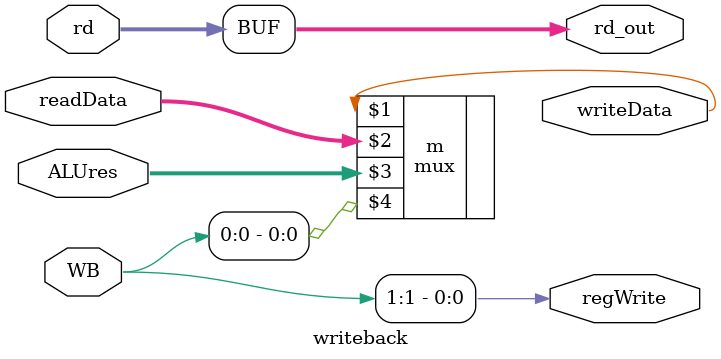
<source format=v>
module writeback(writeData, rd_out, regWrite, ALUres, readData, rd, WB);

input [1:0] WB;
input [31:0] readData, ALUres;
input [4:0] rd;

output wire [4:0] rd_out;
output wire regWrite;
output wire writeData;

mux m (writeData, readData , ALUres, WB[0]);

assign rd_out = rd;
assign regWrite = WB[1];

endmodule
</source>
